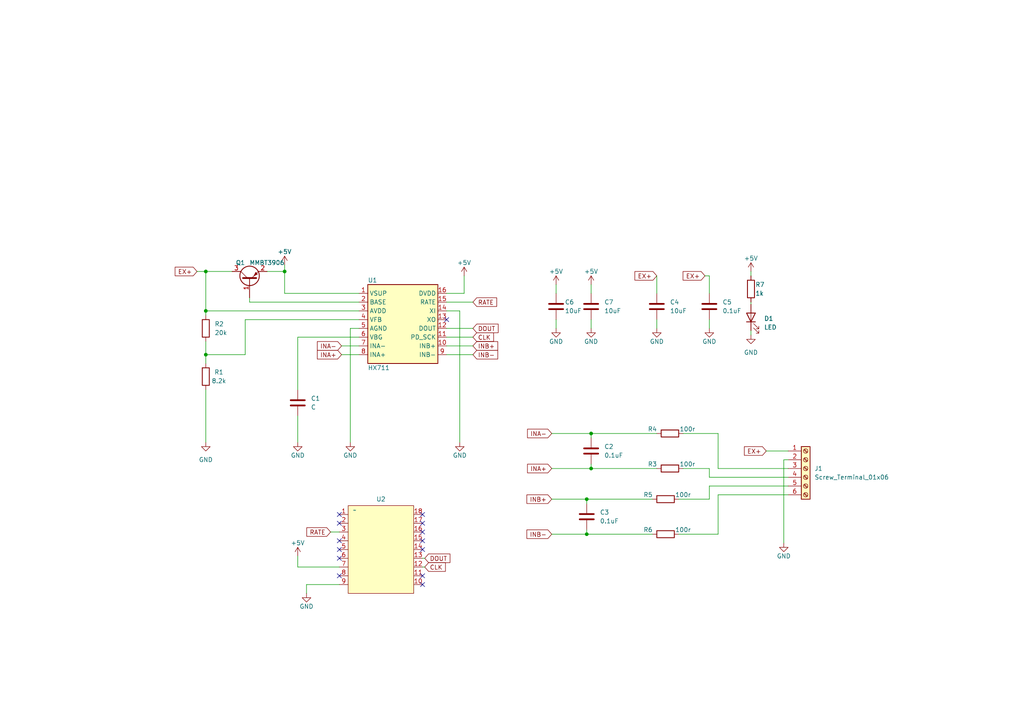
<source format=kicad_sch>
(kicad_sch (version 20230121) (generator eeschema)

  (uuid 2c210e3c-77c0-4a27-8f92-a92d7542896b)

  (paper "A4")

  (lib_symbols
    (symbol "Analog_ADC:HX711" (in_bom yes) (on_board yes)
      (property "Reference" "U1" (at -10.16 19.05 0)
        (effects (font (size 1.27 1.27)) (justify left))
      )
      (property "Value" "HX711" (at -10.16 -6.35 0)
        (effects (font (size 1.27 1.27)) (justify left))
      )
      (property "Footprint" "Package_SO:SOP-16_3.9x9.9mm_P1.27mm" (at 1.27 21.59 0)
        (effects (font (size 1.27 1.27)) hide)
      )
      (property "Datasheet" "https://cdn.sparkfun.com/datasheets/Sensors/ForceFlex/hx711_english.pdf" (at 0 25.4 0)
        (effects (font (size 1.27 1.27)) hide)
      )
      (property "ki_keywords" "adc load cell 24-bits analog weigh" (at 0 0 0)
        (effects (font (size 1.27 1.27)) hide)
      )
      (property "ki_description" "24-Bit Analog-to-Digital Converter (ADC) for Weigh Scales" (at 0 0 0)
        (effects (font (size 1.27 1.27)) hide)
      )
      (property "ki_fp_filters" "SOP*3.9x9.9mm*P1.27mm*" (at 0 0 0)
        (effects (font (size 1.27 1.27)) hide)
      )
      (symbol "HX711_0_1"
        (rectangle (start -10.16 17.78) (end 10.16 -5.08)
          (stroke (width 0.254) (type default))
          (fill (type background))
        )
      )
      (symbol "HX711_1_1"
        (pin power_in line (at -12.7 15.24 0) (length 2.54)
          (name "VSUP" (effects (font (size 1.27 1.27))))
          (number "1" (effects (font (size 1.27 1.27))))
        )
        (pin input line (at 12.7 0 180) (length 2.54)
          (name "INB+" (effects (font (size 1.27 1.27))))
          (number "10" (effects (font (size 1.27 1.27))))
        )
        (pin input line (at 12.7 2.54 180) (length 2.54)
          (name "PD_SCK" (effects (font (size 1.27 1.27))))
          (number "11" (effects (font (size 1.27 1.27))))
        )
        (pin output line (at 12.7 5.08 180) (length 2.54)
          (name "DOUT" (effects (font (size 1.27 1.27))))
          (number "12" (effects (font (size 1.27 1.27))))
        )
        (pin passive line (at 12.7 7.62 180) (length 2.54)
          (name "XO" (effects (font (size 1.27 1.27))))
          (number "13" (effects (font (size 1.27 1.27))))
        )
        (pin passive line (at 12.7 10.16 180) (length 2.54)
          (name "XI" (effects (font (size 1.27 1.27))))
          (number "14" (effects (font (size 1.27 1.27))))
        )
        (pin input line (at 12.7 12.7 180) (length 2.54)
          (name "RATE" (effects (font (size 1.27 1.27))))
          (number "15" (effects (font (size 1.27 1.27))))
        )
        (pin power_in line (at 12.7 15.24 180) (length 2.54)
          (name "DVDD" (effects (font (size 1.27 1.27))))
          (number "16" (effects (font (size 1.27 1.27))))
        )
        (pin passive line (at -12.7 12.7 0) (length 2.54)
          (name "BASE" (effects (font (size 1.27 1.27))))
          (number "2" (effects (font (size 1.27 1.27))))
        )
        (pin power_in line (at -12.7 10.16 0) (length 2.54)
          (name "AVDD" (effects (font (size 1.27 1.27))))
          (number "3" (effects (font (size 1.27 1.27))))
        )
        (pin input line (at -12.7 7.62 0) (length 2.54)
          (name "VFB" (effects (font (size 1.27 1.27))))
          (number "4" (effects (font (size 1.27 1.27))))
        )
        (pin power_in line (at -12.7 5.08 0) (length 2.54)
          (name "AGND" (effects (font (size 1.27 1.27))))
          (number "5" (effects (font (size 1.27 1.27))))
        )
        (pin passive line (at -12.7 2.54 0) (length 2.54)
          (name "VBG" (effects (font (size 1.27 1.27))))
          (number "6" (effects (font (size 1.27 1.27))))
        )
        (pin input line (at -12.7 0 0) (length 2.54)
          (name "INA-" (effects (font (size 1.27 1.27))))
          (number "7" (effects (font (size 1.27 1.27))))
        )
        (pin input line (at -12.7 -2.54 0) (length 2.54)
          (name "INA+" (effects (font (size 1.27 1.27))))
          (number "8" (effects (font (size 1.27 1.27))))
        )
        (pin input line (at 12.7 -2.54 180) (length 2.54)
          (name "INB-" (effects (font (size 1.27 1.27))))
          (number "9" (effects (font (size 1.27 1.27))))
        )
      )
    )
    (symbol "Connector:Screw_Terminal_01x06" (pin_names (offset 1.016) hide) (in_bom yes) (on_board yes)
      (property "Reference" "J" (at 0 7.62 0)
        (effects (font (size 1.27 1.27)))
      )
      (property "Value" "Screw_Terminal_01x06" (at 0 -10.16 0)
        (effects (font (size 1.27 1.27)))
      )
      (property "Footprint" "" (at 0 0 0)
        (effects (font (size 1.27 1.27)) hide)
      )
      (property "Datasheet" "~" (at 0 0 0)
        (effects (font (size 1.27 1.27)) hide)
      )
      (property "ki_keywords" "screw terminal" (at 0 0 0)
        (effects (font (size 1.27 1.27)) hide)
      )
      (property "ki_description" "Generic screw terminal, single row, 01x06, script generated (kicad-library-utils/schlib/autogen/connector/)" (at 0 0 0)
        (effects (font (size 1.27 1.27)) hide)
      )
      (property "ki_fp_filters" "TerminalBlock*:*" (at 0 0 0)
        (effects (font (size 1.27 1.27)) hide)
      )
      (symbol "Screw_Terminal_01x06_1_1"
        (rectangle (start -1.27 6.35) (end 1.27 -8.89)
          (stroke (width 0.254) (type default))
          (fill (type background))
        )
        (circle (center 0 -7.62) (radius 0.635)
          (stroke (width 0.1524) (type default))
          (fill (type none))
        )
        (circle (center 0 -5.08) (radius 0.635)
          (stroke (width 0.1524) (type default))
          (fill (type none))
        )
        (circle (center 0 -2.54) (radius 0.635)
          (stroke (width 0.1524) (type default))
          (fill (type none))
        )
        (polyline
          (pts
            (xy -0.5334 -7.2898)
            (xy 0.3302 -8.128)
          )
          (stroke (width 0.1524) (type default))
          (fill (type none))
        )
        (polyline
          (pts
            (xy -0.5334 -4.7498)
            (xy 0.3302 -5.588)
          )
          (stroke (width 0.1524) (type default))
          (fill (type none))
        )
        (polyline
          (pts
            (xy -0.5334 -2.2098)
            (xy 0.3302 -3.048)
          )
          (stroke (width 0.1524) (type default))
          (fill (type none))
        )
        (polyline
          (pts
            (xy -0.5334 0.3302)
            (xy 0.3302 -0.508)
          )
          (stroke (width 0.1524) (type default))
          (fill (type none))
        )
        (polyline
          (pts
            (xy -0.5334 2.8702)
            (xy 0.3302 2.032)
          )
          (stroke (width 0.1524) (type default))
          (fill (type none))
        )
        (polyline
          (pts
            (xy -0.5334 5.4102)
            (xy 0.3302 4.572)
          )
          (stroke (width 0.1524) (type default))
          (fill (type none))
        )
        (polyline
          (pts
            (xy -0.3556 -7.112)
            (xy 0.508 -7.9502)
          )
          (stroke (width 0.1524) (type default))
          (fill (type none))
        )
        (polyline
          (pts
            (xy -0.3556 -4.572)
            (xy 0.508 -5.4102)
          )
          (stroke (width 0.1524) (type default))
          (fill (type none))
        )
        (polyline
          (pts
            (xy -0.3556 -2.032)
            (xy 0.508 -2.8702)
          )
          (stroke (width 0.1524) (type default))
          (fill (type none))
        )
        (polyline
          (pts
            (xy -0.3556 0.508)
            (xy 0.508 -0.3302)
          )
          (stroke (width 0.1524) (type default))
          (fill (type none))
        )
        (polyline
          (pts
            (xy -0.3556 3.048)
            (xy 0.508 2.2098)
          )
          (stroke (width 0.1524) (type default))
          (fill (type none))
        )
        (polyline
          (pts
            (xy -0.3556 5.588)
            (xy 0.508 4.7498)
          )
          (stroke (width 0.1524) (type default))
          (fill (type none))
        )
        (circle (center 0 0) (radius 0.635)
          (stroke (width 0.1524) (type default))
          (fill (type none))
        )
        (circle (center 0 2.54) (radius 0.635)
          (stroke (width 0.1524) (type default))
          (fill (type none))
        )
        (circle (center 0 5.08) (radius 0.635)
          (stroke (width 0.1524) (type default))
          (fill (type none))
        )
        (pin passive line (at -5.08 5.08 0) (length 3.81)
          (name "Pin_1" (effects (font (size 1.27 1.27))))
          (number "1" (effects (font (size 1.27 1.27))))
        )
        (pin passive line (at -5.08 2.54 0) (length 3.81)
          (name "Pin_2" (effects (font (size 1.27 1.27))))
          (number "2" (effects (font (size 1.27 1.27))))
        )
        (pin passive line (at -5.08 0 0) (length 3.81)
          (name "Pin_3" (effects (font (size 1.27 1.27))))
          (number "3" (effects (font (size 1.27 1.27))))
        )
        (pin passive line (at -5.08 -2.54 0) (length 3.81)
          (name "Pin_4" (effects (font (size 1.27 1.27))))
          (number "4" (effects (font (size 1.27 1.27))))
        )
        (pin passive line (at -5.08 -5.08 0) (length 3.81)
          (name "Pin_5" (effects (font (size 1.27 1.27))))
          (number "5" (effects (font (size 1.27 1.27))))
        )
        (pin passive line (at -5.08 -7.62 0) (length 3.81)
          (name "Pin_6" (effects (font (size 1.27 1.27))))
          (number "6" (effects (font (size 1.27 1.27))))
        )
      )
    )
    (symbol "Device:C" (pin_numbers hide) (pin_names (offset 0.254)) (in_bom yes) (on_board yes)
      (property "Reference" "C" (at 0.635 2.54 0)
        (effects (font (size 1.27 1.27)) (justify left))
      )
      (property "Value" "C" (at 0.635 -2.54 0)
        (effects (font (size 1.27 1.27)) (justify left))
      )
      (property "Footprint" "" (at 0.9652 -3.81 0)
        (effects (font (size 1.27 1.27)) hide)
      )
      (property "Datasheet" "~" (at 0 0 0)
        (effects (font (size 1.27 1.27)) hide)
      )
      (property "ki_keywords" "cap capacitor" (at 0 0 0)
        (effects (font (size 1.27 1.27)) hide)
      )
      (property "ki_description" "Unpolarized capacitor" (at 0 0 0)
        (effects (font (size 1.27 1.27)) hide)
      )
      (property "ki_fp_filters" "C_*" (at 0 0 0)
        (effects (font (size 1.27 1.27)) hide)
      )
      (symbol "C_0_1"
        (polyline
          (pts
            (xy -2.032 -0.762)
            (xy 2.032 -0.762)
          )
          (stroke (width 0.508) (type default))
          (fill (type none))
        )
        (polyline
          (pts
            (xy -2.032 0.762)
            (xy 2.032 0.762)
          )
          (stroke (width 0.508) (type default))
          (fill (type none))
        )
      )
      (symbol "C_1_1"
        (pin passive line (at 0 3.81 270) (length 2.794)
          (name "~" (effects (font (size 1.27 1.27))))
          (number "1" (effects (font (size 1.27 1.27))))
        )
        (pin passive line (at 0 -3.81 90) (length 2.794)
          (name "~" (effects (font (size 1.27 1.27))))
          (number "2" (effects (font (size 1.27 1.27))))
        )
      )
    )
    (symbol "Device:LED" (pin_numbers hide) (pin_names (offset 1.016) hide) (in_bom yes) (on_board yes)
      (property "Reference" "D" (at 0 2.54 0)
        (effects (font (size 1.27 1.27)))
      )
      (property "Value" "LED" (at 0 -2.54 0)
        (effects (font (size 1.27 1.27)))
      )
      (property "Footprint" "" (at 0 0 0)
        (effects (font (size 1.27 1.27)) hide)
      )
      (property "Datasheet" "~" (at 0 0 0)
        (effects (font (size 1.27 1.27)) hide)
      )
      (property "ki_keywords" "LED diode" (at 0 0 0)
        (effects (font (size 1.27 1.27)) hide)
      )
      (property "ki_description" "Light emitting diode" (at 0 0 0)
        (effects (font (size 1.27 1.27)) hide)
      )
      (property "ki_fp_filters" "LED* LED_SMD:* LED_THT:*" (at 0 0 0)
        (effects (font (size 1.27 1.27)) hide)
      )
      (symbol "LED_0_1"
        (polyline
          (pts
            (xy -1.27 -1.27)
            (xy -1.27 1.27)
          )
          (stroke (width 0.254) (type default))
          (fill (type none))
        )
        (polyline
          (pts
            (xy -1.27 0)
            (xy 1.27 0)
          )
          (stroke (width 0) (type default))
          (fill (type none))
        )
        (polyline
          (pts
            (xy 1.27 -1.27)
            (xy 1.27 1.27)
            (xy -1.27 0)
            (xy 1.27 -1.27)
          )
          (stroke (width 0.254) (type default))
          (fill (type none))
        )
        (polyline
          (pts
            (xy -3.048 -0.762)
            (xy -4.572 -2.286)
            (xy -3.81 -2.286)
            (xy -4.572 -2.286)
            (xy -4.572 -1.524)
          )
          (stroke (width 0) (type default))
          (fill (type none))
        )
        (polyline
          (pts
            (xy -1.778 -0.762)
            (xy -3.302 -2.286)
            (xy -2.54 -2.286)
            (xy -3.302 -2.286)
            (xy -3.302 -1.524)
          )
          (stroke (width 0) (type default))
          (fill (type none))
        )
      )
      (symbol "LED_1_1"
        (pin passive line (at -3.81 0 0) (length 2.54)
          (name "K" (effects (font (size 1.27 1.27))))
          (number "1" (effects (font (size 1.27 1.27))))
        )
        (pin passive line (at 3.81 0 180) (length 2.54)
          (name "A" (effects (font (size 1.27 1.27))))
          (number "2" (effects (font (size 1.27 1.27))))
        )
      )
    )
    (symbol "Device:R" (pin_numbers hide) (pin_names (offset 0)) (in_bom yes) (on_board yes)
      (property "Reference" "R" (at 2.032 0 90)
        (effects (font (size 1.27 1.27)))
      )
      (property "Value" "R" (at 0 0 90)
        (effects (font (size 1.27 1.27)))
      )
      (property "Footprint" "" (at -1.778 0 90)
        (effects (font (size 1.27 1.27)) hide)
      )
      (property "Datasheet" "~" (at 0 0 0)
        (effects (font (size 1.27 1.27)) hide)
      )
      (property "ki_keywords" "R res resistor" (at 0 0 0)
        (effects (font (size 1.27 1.27)) hide)
      )
      (property "ki_description" "Resistor" (at 0 0 0)
        (effects (font (size 1.27 1.27)) hide)
      )
      (property "ki_fp_filters" "R_*" (at 0 0 0)
        (effects (font (size 1.27 1.27)) hide)
      )
      (symbol "R_0_1"
        (rectangle (start -1.016 -2.54) (end 1.016 2.54)
          (stroke (width 0.254) (type default))
          (fill (type none))
        )
      )
      (symbol "R_1_1"
        (pin passive line (at 0 3.81 270) (length 1.27)
          (name "~" (effects (font (size 1.27 1.27))))
          (number "1" (effects (font (size 1.27 1.27))))
        )
        (pin passive line (at 0 -3.81 90) (length 1.27)
          (name "~" (effects (font (size 1.27 1.27))))
          (number "2" (effects (font (size 1.27 1.27))))
        )
      )
    )
    (symbol "Transistor_BJT:MMBT3906" (pin_names (offset 0) hide) (in_bom yes) (on_board yes)
      (property "Reference" "Q" (at 5.08 1.905 0)
        (effects (font (size 1.27 1.27)) (justify left))
      )
      (property "Value" "MMBT3906" (at 5.08 0 0)
        (effects (font (size 1.27 1.27)) (justify left))
      )
      (property "Footprint" "Package_TO_SOT_SMD:SOT-23" (at 5.08 -1.905 0)
        (effects (font (size 1.27 1.27) italic) (justify left) hide)
      )
      (property "Datasheet" "https://www.onsemi.com/pub/Collateral/2N3906-D.PDF" (at 0 0 0)
        (effects (font (size 1.27 1.27)) (justify left) hide)
      )
      (property "ki_keywords" "PNP Transistor" (at 0 0 0)
        (effects (font (size 1.27 1.27)) hide)
      )
      (property "ki_description" "-0.2A Ic, -40V Vce, Small Signal PNP Transistor, SOT-23" (at 0 0 0)
        (effects (font (size 1.27 1.27)) hide)
      )
      (property "ki_fp_filters" "SOT?23*" (at 0 0 0)
        (effects (font (size 1.27 1.27)) hide)
      )
      (symbol "MMBT3906_0_1"
        (polyline
          (pts
            (xy 0.635 0.635)
            (xy 2.54 2.54)
          )
          (stroke (width 0) (type default))
          (fill (type none))
        )
        (polyline
          (pts
            (xy 0.635 -0.635)
            (xy 2.54 -2.54)
            (xy 2.54 -2.54)
          )
          (stroke (width 0) (type default))
          (fill (type none))
        )
        (polyline
          (pts
            (xy 0.635 1.905)
            (xy 0.635 -1.905)
            (xy 0.635 -1.905)
          )
          (stroke (width 0.508) (type default))
          (fill (type none))
        )
        (polyline
          (pts
            (xy 2.286 -1.778)
            (xy 1.778 -2.286)
            (xy 1.27 -1.27)
            (xy 2.286 -1.778)
            (xy 2.286 -1.778)
          )
          (stroke (width 0) (type default))
          (fill (type outline))
        )
        (circle (center 1.27 0) (radius 2.8194)
          (stroke (width 0.254) (type default))
          (fill (type none))
        )
      )
      (symbol "MMBT3906_1_1"
        (pin input line (at -5.08 0 0) (length 5.715)
          (name "B" (effects (font (size 1.27 1.27))))
          (number "1" (effects (font (size 1.27 1.27))))
        )
        (pin passive line (at 2.54 -5.08 90) (length 2.54)
          (name "E" (effects (font (size 1.27 1.27))))
          (number "2" (effects (font (size 1.27 1.27))))
        )
        (pin passive line (at 2.54 5.08 270) (length 2.54)
          (name "C" (effects (font (size 1.27 1.27))))
          (number "3" (effects (font (size 1.27 1.27))))
        )
      )
    )
    (symbol "moduler_pin:air" (in_bom yes) (on_board yes)
      (property "Reference" "U" (at 7.62 2.54 0)
        (effects (font (size 1.27 1.27)))
      )
      (property "Value" "" (at 0 0 0)
        (effects (font (size 1.27 1.27)))
      )
      (property "Footprint" "" (at 0 0 0)
        (effects (font (size 1.27 1.27)) hide)
      )
      (property "Datasheet" "" (at 0 0 0)
        (effects (font (size 1.27 1.27)) hide)
      )
      (symbol "air_1_1"
        (rectangle (start -1.905 1.27) (end 17.145 -24.13)
          (stroke (width 0) (type default))
          (fill (type background))
        )
        (pin input line (at -4.445 -1.27 0) (length 2.54)
          (name "" (effects (font (size 1.27 1.27))))
          (number "1" (effects (font (size 1.27 1.27))))
        )
        (pin input line (at 19.685 -21.59 180) (length 2.54)
          (name "" (effects (font (size 1.27 1.27))))
          (number "10" (effects (font (size 1.27 1.27))))
        )
        (pin input line (at 19.685 -19.05 180) (length 2.54)
          (name "" (effects (font (size 1.27 1.27))))
          (number "11" (effects (font (size 1.27 1.27))))
        )
        (pin input line (at 19.685 -16.51 180) (length 2.54)
          (name "" (effects (font (size 1.27 1.27))))
          (number "12" (effects (font (size 1.27 1.27))))
        )
        (pin input line (at 19.685 -13.97 180) (length 2.54)
          (name "" (effects (font (size 1.27 1.27))))
          (number "13" (effects (font (size 1.27 1.27))))
        )
        (pin input line (at 19.685 -11.43 180) (length 2.54)
          (name "" (effects (font (size 1.27 1.27))))
          (number "14" (effects (font (size 1.27 1.27))))
        )
        (pin input line (at 19.685 -8.89 180) (length 2.54)
          (name "" (effects (font (size 1.27 1.27))))
          (number "15" (effects (font (size 1.27 1.27))))
        )
        (pin input line (at 19.685 -6.35 180) (length 2.54)
          (name "" (effects (font (size 1.27 1.27))))
          (number "16" (effects (font (size 1.27 1.27))))
        )
        (pin input line (at 19.685 -3.81 180) (length 2.54)
          (name "" (effects (font (size 1.27 1.27))))
          (number "17" (effects (font (size 1.27 1.27))))
        )
        (pin input line (at 19.685 -1.27 180) (length 2.54)
          (name "" (effects (font (size 1.27 1.27))))
          (number "18" (effects (font (size 1.27 1.27))))
        )
        (pin input line (at -4.445 -3.81 0) (length 2.54)
          (name "" (effects (font (size 1.27 1.27))))
          (number "2" (effects (font (size 1.27 1.27))))
        )
        (pin input line (at -4.445 -6.35 0) (length 2.54)
          (name "" (effects (font (size 1.27 1.27))))
          (number "3" (effects (font (size 1.27 1.27))))
        )
        (pin input line (at -4.445 -8.89 0) (length 2.54)
          (name "" (effects (font (size 1.27 1.27))))
          (number "4" (effects (font (size 1.27 1.27))))
        )
        (pin input line (at -4.445 -11.43 0) (length 2.54)
          (name "" (effects (font (size 1.27 1.27))))
          (number "5" (effects (font (size 1.27 1.27))))
        )
        (pin input line (at -4.445 -13.97 0) (length 2.54)
          (name "" (effects (font (size 1.27 1.27))))
          (number "6" (effects (font (size 1.27 1.27))))
        )
        (pin input line (at -4.445 -16.51 0) (length 2.54)
          (name "" (effects (font (size 1.27 1.27))))
          (number "7" (effects (font (size 1.27 1.27))))
        )
        (pin input line (at -4.445 -19.05 0) (length 2.54)
          (name "" (effects (font (size 1.27 1.27))))
          (number "8" (effects (font (size 1.27 1.27))))
        )
        (pin input line (at -4.445 -21.59 0) (length 2.54)
          (name "" (effects (font (size 1.27 1.27))))
          (number "9" (effects (font (size 1.27 1.27))))
        )
      )
    )
    (symbol "power:+5V" (power) (pin_names (offset 0)) (in_bom yes) (on_board yes)
      (property "Reference" "#PWR" (at 0 -3.81 0)
        (effects (font (size 1.27 1.27)) hide)
      )
      (property "Value" "+5V" (at 0 3.556 0)
        (effects (font (size 1.27 1.27)))
      )
      (property "Footprint" "" (at 0 0 0)
        (effects (font (size 1.27 1.27)) hide)
      )
      (property "Datasheet" "" (at 0 0 0)
        (effects (font (size 1.27 1.27)) hide)
      )
      (property "ki_keywords" "global power" (at 0 0 0)
        (effects (font (size 1.27 1.27)) hide)
      )
      (property "ki_description" "Power symbol creates a global label with name \"+5V\"" (at 0 0 0)
        (effects (font (size 1.27 1.27)) hide)
      )
      (symbol "+5V_0_1"
        (polyline
          (pts
            (xy -0.762 1.27)
            (xy 0 2.54)
          )
          (stroke (width 0) (type default))
          (fill (type none))
        )
        (polyline
          (pts
            (xy 0 0)
            (xy 0 2.54)
          )
          (stroke (width 0) (type default))
          (fill (type none))
        )
        (polyline
          (pts
            (xy 0 2.54)
            (xy 0.762 1.27)
          )
          (stroke (width 0) (type default))
          (fill (type none))
        )
      )
      (symbol "+5V_1_1"
        (pin power_in line (at 0 0 90) (length 0) hide
          (name "+5V" (effects (font (size 1.27 1.27))))
          (number "1" (effects (font (size 1.27 1.27))))
        )
      )
    )
    (symbol "power:GND" (power) (pin_names (offset 0)) (in_bom yes) (on_board yes)
      (property "Reference" "#PWR" (at 0 -6.35 0)
        (effects (font (size 1.27 1.27)) hide)
      )
      (property "Value" "GND" (at 0 -3.81 0)
        (effects (font (size 1.27 1.27)))
      )
      (property "Footprint" "" (at 0 0 0)
        (effects (font (size 1.27 1.27)) hide)
      )
      (property "Datasheet" "" (at 0 0 0)
        (effects (font (size 1.27 1.27)) hide)
      )
      (property "ki_keywords" "global power" (at 0 0 0)
        (effects (font (size 1.27 1.27)) hide)
      )
      (property "ki_description" "Power symbol creates a global label with name \"GND\" , ground" (at 0 0 0)
        (effects (font (size 1.27 1.27)) hide)
      )
      (symbol "GND_0_1"
        (polyline
          (pts
            (xy 0 0)
            (xy 0 -1.27)
            (xy 1.27 -1.27)
            (xy 0 -2.54)
            (xy -1.27 -1.27)
            (xy 0 -1.27)
          )
          (stroke (width 0) (type default))
          (fill (type none))
        )
      )
      (symbol "GND_1_1"
        (pin power_in line (at 0 0 270) (length 0) hide
          (name "GND" (effects (font (size 1.27 1.27))))
          (number "1" (effects (font (size 1.27 1.27))))
        )
      )
    )
  )

  (junction (at 171.45 125.73) (diameter 0) (color 0 0 0 0)
    (uuid 1894f45a-fcd5-4484-8f41-f9f27d194004)
  )
  (junction (at 170.18 154.94) (diameter 0) (color 0 0 0 0)
    (uuid 19e96f63-03db-4715-b17c-2d802b870b87)
  )
  (junction (at 59.69 78.74) (diameter 0) (color 0 0 0 0)
    (uuid 381cbbae-0d52-45bb-a3b6-0487a2a3e62a)
  )
  (junction (at 170.18 144.78) (diameter 0) (color 0 0 0 0)
    (uuid 6c84d89c-3b6e-4108-84c3-c725d96752e3)
  )
  (junction (at 59.69 102.87) (diameter 0) (color 0 0 0 0)
    (uuid 6ef6b833-95bd-4700-acd3-bb6e58b21be0)
  )
  (junction (at 59.69 90.17) (diameter 0) (color 0 0 0 0)
    (uuid 8f7ab7a9-315b-4f9b-892c-a2db4f1b943d)
  )
  (junction (at 171.45 135.89) (diameter 0) (color 0 0 0 0)
    (uuid 9094ca86-cb60-49cc-a038-d4d21530bbd7)
  )
  (junction (at 82.55 78.74) (diameter 0) (color 0 0 0 0)
    (uuid fd345c0a-21e3-4abb-8634-a4b1580c73fa)
  )

  (no_connect (at 122.555 154.305) (uuid 13c77646-c097-4644-ab9a-c951c2a8de6a))
  (no_connect (at 98.425 151.765) (uuid 2a8c1561-6710-4f4d-9e77-2e6414b58698))
  (no_connect (at 122.555 156.845) (uuid 32d2677b-2790-4329-b5f0-9d29feb903ec))
  (no_connect (at 122.555 149.225) (uuid 39856418-a13a-4438-907d-26eb376e61b6))
  (no_connect (at 122.555 151.765) (uuid 3a0bdf5e-5a4e-4d58-b937-4ea4b57ab495))
  (no_connect (at 98.425 161.925) (uuid 7e9a0d05-8024-4901-97da-4b14b183a03c))
  (no_connect (at 129.54 92.71) (uuid a03766f5-b580-48ca-8196-c89150f7dd65))
  (no_connect (at 98.425 149.225) (uuid aef53222-00b4-4abd-af35-0df73ac75a38))
  (no_connect (at 98.425 167.005) (uuid d05739f0-6c9c-4749-add6-87836c4485bb))
  (no_connect (at 122.555 167.005) (uuid d1014c93-1a5e-480e-a20e-e243fcb266c2))
  (no_connect (at 98.425 159.385) (uuid dfcb6288-cecf-4ec6-acf5-72032a3c88c6))
  (no_connect (at 98.425 156.845) (uuid f080d7ee-3fa9-46e4-89bc-1a0cb6cd81f1))
  (no_connect (at 122.555 159.385) (uuid f7a0d80e-4bcb-4f89-ae1c-59f9483b23a3))
  (no_connect (at 122.555 169.545) (uuid ff0d5b6c-66f2-4251-8a98-5147f65f5371))

  (wire (pts (xy 59.69 102.87) (xy 71.12 102.87))
    (stroke (width 0) (type default))
    (uuid 0067dd54-135c-4b7a-939c-fc318d976639)
  )
  (wire (pts (xy 170.18 144.78) (xy 170.18 146.05))
    (stroke (width 0) (type default))
    (uuid 043ad2cd-bd02-4458-bd9c-633c60124cfa)
  )
  (wire (pts (xy 217.805 95.885) (xy 217.805 97.155))
    (stroke (width 0) (type default))
    (uuid 048241d8-d022-4721-bce1-a204a1b718dc)
  )
  (wire (pts (xy 104.14 97.79) (xy 86.36 97.79))
    (stroke (width 0) (type default))
    (uuid 0600fc6d-bba6-40f6-9b14-e661dd1e8b71)
  )
  (wire (pts (xy 222.25 130.81) (xy 228.6 130.81))
    (stroke (width 0) (type default))
    (uuid 0d90f272-5cd4-48dc-9895-7806381599c8)
  )
  (wire (pts (xy 88.9 169.545) (xy 98.425 169.545))
    (stroke (width 0) (type default))
    (uuid 170e2a26-0074-4952-8825-a2036116558c)
  )
  (wire (pts (xy 129.54 87.63) (xy 137.16 87.63))
    (stroke (width 0) (type default))
    (uuid 17e941db-6fac-403b-9718-d6fc53b98719)
  )
  (wire (pts (xy 171.45 135.89) (xy 171.45 134.62))
    (stroke (width 0) (type default))
    (uuid 18bc3598-69ef-4a71-af9b-cea771d11e92)
  )
  (wire (pts (xy 171.45 82.55) (xy 171.45 85.09))
    (stroke (width 0) (type default))
    (uuid 1b52881a-73db-4f75-ba70-c2a2ec26efe3)
  )
  (wire (pts (xy 82.55 85.09) (xy 104.14 85.09))
    (stroke (width 0) (type default))
    (uuid 1d8c2938-594e-42f7-86b0-3a53eb88b24b)
  )
  (wire (pts (xy 171.45 135.89) (xy 190.5 135.89))
    (stroke (width 0) (type default))
    (uuid 22853bd2-2072-4330-a002-cbd4b833e45e)
  )
  (wire (pts (xy 72.39 87.63) (xy 72.39 86.36))
    (stroke (width 0) (type default))
    (uuid 22e9d5b7-0635-4bed-9d92-4749b9ef783c)
  )
  (wire (pts (xy 129.54 95.25) (xy 137.16 95.25))
    (stroke (width 0) (type default))
    (uuid 24d2373c-0bdb-49e9-9b18-bba2282bd683)
  )
  (wire (pts (xy 171.45 125.73) (xy 171.45 127))
    (stroke (width 0) (type default))
    (uuid 2527dfd4-e75e-4fd9-93dc-000e697f7627)
  )
  (wire (pts (xy 99.06 100.33) (xy 104.14 100.33))
    (stroke (width 0) (type default))
    (uuid 26a83300-f520-49f3-a026-b2e46d3d9036)
  )
  (wire (pts (xy 133.35 90.17) (xy 129.54 90.17))
    (stroke (width 0) (type default))
    (uuid 291f1adf-a2ac-48ed-88fa-8f60559e9c6a)
  )
  (wire (pts (xy 198.12 135.89) (xy 205.74 135.89))
    (stroke (width 0) (type default))
    (uuid 2c81137b-ddc5-4d97-976e-b8a90c2b4b42)
  )
  (wire (pts (xy 208.28 135.89) (xy 208.28 125.73))
    (stroke (width 0) (type default))
    (uuid 2fcf41f1-7352-4e6e-aac8-4092725e6b99)
  )
  (wire (pts (xy 86.36 164.465) (xy 98.425 164.465))
    (stroke (width 0) (type default))
    (uuid 30de1607-db5a-463c-8b96-18480f58d2ae)
  )
  (wire (pts (xy 82.55 76.835) (xy 82.55 78.74))
    (stroke (width 0) (type default))
    (uuid 30ea2552-c076-49e5-a234-833b9b99e69b)
  )
  (wire (pts (xy 171.45 92.71) (xy 171.45 95.25))
    (stroke (width 0) (type default))
    (uuid 36db323f-785c-4af5-be28-a2efd2307bd9)
  )
  (wire (pts (xy 101.6 95.25) (xy 104.14 95.25))
    (stroke (width 0) (type default))
    (uuid 37a7abe6-e367-44e8-955f-dc68dfb69f95)
  )
  (wire (pts (xy 227.33 157.48) (xy 227.33 133.35))
    (stroke (width 0) (type default))
    (uuid 43443cb4-fada-4372-9570-44151d30ab80)
  )
  (wire (pts (xy 86.36 120.65) (xy 86.36 128.27))
    (stroke (width 0) (type default))
    (uuid 4757d802-483c-46fb-885d-58ce2e2e0ac3)
  )
  (wire (pts (xy 88.9 172.085) (xy 88.9 169.545))
    (stroke (width 0) (type default))
    (uuid 4ce7f8e5-7927-4820-98ef-7bb4c7fdb894)
  )
  (wire (pts (xy 204.47 80.01) (xy 205.74 80.01))
    (stroke (width 0) (type default))
    (uuid 4de2653a-f9dd-47c6-a76f-3b3d50fd0b5c)
  )
  (wire (pts (xy 190.5 92.71) (xy 190.5 95.25))
    (stroke (width 0) (type default))
    (uuid 4fefd9aa-18c7-4bff-839d-a8583775ef54)
  )
  (wire (pts (xy 57.15 78.74) (xy 59.69 78.74))
    (stroke (width 0) (type default))
    (uuid 555f75a7-3fcc-4502-8195-d2a4dd382dfa)
  )
  (wire (pts (xy 59.69 113.03) (xy 59.69 128.27))
    (stroke (width 0) (type default))
    (uuid 55cd2d96-babb-41a6-9626-f43e1fdc7f6b)
  )
  (wire (pts (xy 59.69 102.87) (xy 59.69 105.41))
    (stroke (width 0) (type default))
    (uuid 59ed6b75-5ce9-4c8e-8409-17f188402ee2)
  )
  (wire (pts (xy 196.85 154.94) (xy 208.28 154.94))
    (stroke (width 0) (type default))
    (uuid 5bce9bac-e64a-4295-8d5c-cc95fa414ea0)
  )
  (wire (pts (xy 208.28 143.51) (xy 228.6 143.51))
    (stroke (width 0) (type default))
    (uuid 5f3cc277-d5a5-414c-b01b-1966f3f25956)
  )
  (wire (pts (xy 59.69 78.74) (xy 59.69 90.17))
    (stroke (width 0) (type default))
    (uuid 62217449-952e-4041-b3cd-3bdecede6443)
  )
  (wire (pts (xy 205.74 92.71) (xy 205.74 95.25))
    (stroke (width 0) (type default))
    (uuid 6718ad51-04a2-4418-afaa-4c2ef24f922f)
  )
  (wire (pts (xy 129.54 97.79) (xy 137.16 97.79))
    (stroke (width 0) (type default))
    (uuid 69f8d0ed-de7f-4827-81ff-7befbbdaa661)
  )
  (wire (pts (xy 129.54 100.33) (xy 137.16 100.33))
    (stroke (width 0) (type default))
    (uuid 6af4c8e4-e6e7-4d59-9d55-1d41d8af0bbe)
  )
  (wire (pts (xy 123.19 161.925) (xy 122.555 161.925))
    (stroke (width 0) (type default))
    (uuid 6cb61864-65a2-43e6-8fb6-e8b91c061eff)
  )
  (wire (pts (xy 77.47 78.74) (xy 82.55 78.74))
    (stroke (width 0) (type default))
    (uuid 6d612cff-f667-4f86-ac32-0c67d7bb79c0)
  )
  (wire (pts (xy 205.74 144.78) (xy 205.74 140.97))
    (stroke (width 0) (type default))
    (uuid 7698071e-1b50-49da-ad3a-b3ac16e51fed)
  )
  (wire (pts (xy 205.74 135.89) (xy 205.74 138.43))
    (stroke (width 0) (type default))
    (uuid 76f5f21f-566b-4064-a369-7fa8f63899b5)
  )
  (wire (pts (xy 170.18 154.94) (xy 170.18 153.67))
    (stroke (width 0) (type default))
    (uuid 79577ff0-aba9-4d89-bb30-03272c763c57)
  )
  (wire (pts (xy 217.805 78.74) (xy 217.805 80.01))
    (stroke (width 0) (type default))
    (uuid 79706298-28cb-4b96-867b-5d0d6198044a)
  )
  (wire (pts (xy 86.36 97.79) (xy 86.36 113.03))
    (stroke (width 0) (type default))
    (uuid 79b88c10-5631-4495-b8d9-067b9b54f189)
  )
  (wire (pts (xy 134.62 80.01) (xy 134.62 85.09))
    (stroke (width 0) (type default))
    (uuid 7daadc2e-f98a-4f4c-96de-7ff6ba1dbfd3)
  )
  (wire (pts (xy 86.36 161.29) (xy 86.36 164.465))
    (stroke (width 0) (type default))
    (uuid 888ac821-0649-4bdc-a847-0a9bcbba371b)
  )
  (wire (pts (xy 160.02 144.78) (xy 170.18 144.78))
    (stroke (width 0) (type default))
    (uuid 8e68850a-a16a-4ffe-bcc9-c86907ad591e)
  )
  (wire (pts (xy 205.74 80.01) (xy 205.74 85.09))
    (stroke (width 0) (type default))
    (uuid 93559e88-7f85-4ff1-a7ce-b2e4e6716739)
  )
  (wire (pts (xy 190.5 80.01) (xy 190.5 85.09))
    (stroke (width 0) (type default))
    (uuid 940cb83f-bfbb-4003-bb43-82daddccba14)
  )
  (wire (pts (xy 104.14 87.63) (xy 72.39 87.63))
    (stroke (width 0) (type default))
    (uuid 9622bc19-6fa1-4c59-9c16-2f8bae7ee435)
  )
  (wire (pts (xy 71.12 102.87) (xy 71.12 92.71))
    (stroke (width 0) (type default))
    (uuid 96c18373-1431-4393-871a-499a1cbbfe28)
  )
  (wire (pts (xy 205.74 138.43) (xy 228.6 138.43))
    (stroke (width 0) (type default))
    (uuid 9896975c-f0ad-4941-89b5-a4afcfccca92)
  )
  (wire (pts (xy 101.6 95.25) (xy 101.6 128.27))
    (stroke (width 0) (type default))
    (uuid 99a0f202-a120-4e87-ae5e-9fe85b8b9ecd)
  )
  (wire (pts (xy 217.805 87.63) (xy 217.805 88.265))
    (stroke (width 0) (type default))
    (uuid 9dccf7b1-f9d8-45f4-8544-6376f2af421b)
  )
  (wire (pts (xy 129.54 102.87) (xy 137.16 102.87))
    (stroke (width 0) (type default))
    (uuid a4a9152c-2336-4e28-a98f-ae28392afc49)
  )
  (wire (pts (xy 59.69 78.74) (xy 67.31 78.74))
    (stroke (width 0) (type default))
    (uuid a66f341b-d49e-4b2e-b566-fec40efd7127)
  )
  (wire (pts (xy 160.02 135.89) (xy 171.45 135.89))
    (stroke (width 0) (type default))
    (uuid aa361d61-88a5-41bd-ad35-89b0153fa434)
  )
  (wire (pts (xy 82.55 78.74) (xy 82.55 85.09))
    (stroke (width 0) (type default))
    (uuid ae29f3af-f7f9-449c-984d-be597a8e96e4)
  )
  (wire (pts (xy 134.62 85.09) (xy 129.54 85.09))
    (stroke (width 0) (type default))
    (uuid b7a2298c-2cf0-4827-960f-d4e27d98c1f6)
  )
  (wire (pts (xy 171.45 125.73) (xy 190.5 125.73))
    (stroke (width 0) (type default))
    (uuid b98cde49-5b6d-4da1-9f1a-3bdcad9623d7)
  )
  (wire (pts (xy 208.28 135.89) (xy 228.6 135.89))
    (stroke (width 0) (type default))
    (uuid b9a5eda8-af98-4089-8d26-1d51e0948651)
  )
  (wire (pts (xy 205.74 140.97) (xy 228.6 140.97))
    (stroke (width 0) (type default))
    (uuid bff43ec1-caf5-46ef-87ca-495ec94aa5f0)
  )
  (wire (pts (xy 95.885 154.305) (xy 98.425 154.305))
    (stroke (width 0) (type default))
    (uuid c73a3baf-c77f-4d11-a7ba-f6cdee75187f)
  )
  (wire (pts (xy 59.69 90.17) (xy 59.69 91.44))
    (stroke (width 0) (type default))
    (uuid c7f4f2bd-6976-4179-bbca-2eda896a0bc7)
  )
  (wire (pts (xy 160.02 125.73) (xy 171.45 125.73))
    (stroke (width 0) (type default))
    (uuid c8bc9928-95c2-47f0-8112-7c90fcb2367f)
  )
  (wire (pts (xy 59.69 90.17) (xy 104.14 90.17))
    (stroke (width 0) (type default))
    (uuid c9b07cce-2858-4af7-bbba-63664f065329)
  )
  (wire (pts (xy 123.19 164.465) (xy 122.555 164.465))
    (stroke (width 0) (type default))
    (uuid d20414e5-e06f-4e6f-875c-b6acc4b0ac2c)
  )
  (wire (pts (xy 99.06 102.87) (xy 104.14 102.87))
    (stroke (width 0) (type default))
    (uuid d8348071-82f0-448f-bf34-8b836554fd54)
  )
  (wire (pts (xy 170.18 144.78) (xy 189.23 144.78))
    (stroke (width 0) (type default))
    (uuid d94ba25a-7754-496b-b10f-e1d9e96ffb30)
  )
  (wire (pts (xy 196.85 144.78) (xy 205.74 144.78))
    (stroke (width 0) (type default))
    (uuid db754dd6-5dcf-46fd-a5ce-5c6c3ae5ca11)
  )
  (wire (pts (xy 227.33 133.35) (xy 228.6 133.35))
    (stroke (width 0) (type default))
    (uuid ea117798-b95c-4337-b062-798ff5341827)
  )
  (wire (pts (xy 161.29 82.55) (xy 161.29 85.09))
    (stroke (width 0) (type default))
    (uuid eb32f087-2f7e-4309-ade8-40bce0182b3e)
  )
  (wire (pts (xy 208.28 154.94) (xy 208.28 143.51))
    (stroke (width 0) (type default))
    (uuid ecd296c2-a43e-46bd-ba61-5b64586133c7)
  )
  (wire (pts (xy 133.35 128.27) (xy 133.35 90.17))
    (stroke (width 0) (type default))
    (uuid f32d7df7-8b12-47d9-995d-fadca93aec55)
  )
  (wire (pts (xy 160.02 154.94) (xy 170.18 154.94))
    (stroke (width 0) (type default))
    (uuid f39301d1-57fb-430c-9757-3e95744b9da2)
  )
  (wire (pts (xy 161.29 92.71) (xy 161.29 95.25))
    (stroke (width 0) (type default))
    (uuid f61ed75f-eac7-403e-bbcd-b9bf30d06a2b)
  )
  (wire (pts (xy 71.12 92.71) (xy 104.14 92.71))
    (stroke (width 0) (type default))
    (uuid f8910ecb-b056-4f1e-9f7f-d0ed324b820f)
  )
  (wire (pts (xy 198.12 125.73) (xy 208.28 125.73))
    (stroke (width 0) (type default))
    (uuid fb15d2f1-3df9-4690-b94c-3fb4de352465)
  )
  (wire (pts (xy 59.69 99.06) (xy 59.69 102.87))
    (stroke (width 0) (type default))
    (uuid fd96b96b-d7f5-4173-9204-97b4a8d3f804)
  )
  (wire (pts (xy 170.18 154.94) (xy 189.23 154.94))
    (stroke (width 0) (type default))
    (uuid feb62ae7-e900-45f3-a92b-c1818a29d240)
  )

  (global_label "EX+" (shape input) (at 204.47 80.01 180) (fields_autoplaced)
    (effects (font (size 1.27 1.27)) (justify right))
    (uuid 03264a24-5542-48fb-b6c8-71c2b576fdaa)
    (property "Intersheetrefs" "${INTERSHEET_REFS}" (at 197.5539 80.01 0)
      (effects (font (size 1.27 1.27)) (justify right) hide)
    )
  )
  (global_label "RATE" (shape input) (at 137.16 87.63 0) (fields_autoplaced)
    (effects (font (size 1.27 1.27)) (justify left))
    (uuid 0f37e2ff-9afe-44cd-8cfa-8521358e35dc)
    (property "Intersheetrefs" "${INTERSHEET_REFS}" (at 144.6204 87.63 0)
      (effects (font (size 1.27 1.27)) (justify left) hide)
    )
  )
  (global_label "INB+" (shape input) (at 137.16 100.33 0) (fields_autoplaced)
    (effects (font (size 1.27 1.27)) (justify left))
    (uuid 134f19a3-567f-42e0-bdbd-cfcdcd055a5d)
    (property "Intersheetrefs" "${INTERSHEET_REFS}" (at 144.9229 100.33 0)
      (effects (font (size 1.27 1.27)) (justify left) hide)
    )
  )
  (global_label "INA+" (shape input) (at 99.06 102.87 180) (fields_autoplaced)
    (effects (font (size 1.27 1.27)) (justify right))
    (uuid 1b07d126-e8db-4014-85ff-df704ca442d9)
    (property "Intersheetrefs" "${INTERSHEET_REFS}" (at 91.4785 102.87 0)
      (effects (font (size 1.27 1.27)) (justify right) hide)
    )
  )
  (global_label "CLK" (shape input) (at 123.19 164.465 0) (fields_autoplaced)
    (effects (font (size 1.27 1.27)) (justify left))
    (uuid 20dc414c-dd67-4c40-9061-b5dc72b4a9be)
    (property "Intersheetrefs" "${INTERSHEET_REFS}" (at 129.7433 164.465 0)
      (effects (font (size 1.27 1.27)) (justify left) hide)
    )
  )
  (global_label "RATE" (shape input) (at 95.885 154.305 180) (fields_autoplaced)
    (effects (font (size 1.27 1.27)) (justify right))
    (uuid 3bbe8080-fb49-40e1-8d84-e7cd3187c194)
    (property "Intersheetrefs" "${INTERSHEET_REFS}" (at 88.4246 154.305 0)
      (effects (font (size 1.27 1.27)) (justify right) hide)
    )
  )
  (global_label "INB-" (shape input) (at 160.02 154.94 180) (fields_autoplaced)
    (effects (font (size 1.27 1.27)) (justify right))
    (uuid 465e6acf-7ae3-4de9-b7b3-b206461e6f4d)
    (property "Intersheetrefs" "${INTERSHEET_REFS}" (at 152.2571 154.94 0)
      (effects (font (size 1.27 1.27)) (justify right) hide)
    )
  )
  (global_label "INB-" (shape input) (at 137.16 102.87 0) (fields_autoplaced)
    (effects (font (size 1.27 1.27)) (justify left))
    (uuid 81e4888e-d839-424b-89e8-946e3d03c8db)
    (property "Intersheetrefs" "${INTERSHEET_REFS}" (at 144.9229 102.87 0)
      (effects (font (size 1.27 1.27)) (justify left) hide)
    )
  )
  (global_label "CLK" (shape input) (at 137.16 97.79 0) (fields_autoplaced)
    (effects (font (size 1.27 1.27)) (justify left))
    (uuid 9022ff9c-a34b-4970-af6a-2f10398008a6)
    (property "Intersheetrefs" "${INTERSHEET_REFS}" (at 143.7133 97.79 0)
      (effects (font (size 1.27 1.27)) (justify left) hide)
    )
  )
  (global_label "DOUT" (shape input) (at 137.16 95.25 0) (fields_autoplaced)
    (effects (font (size 1.27 1.27)) (justify left))
    (uuid 95c0d578-7a36-415f-8a6d-e68b65fa9840)
    (property "Intersheetrefs" "${INTERSHEET_REFS}" (at 145.0438 95.25 0)
      (effects (font (size 1.27 1.27)) (justify left) hide)
    )
  )
  (global_label "INB+" (shape input) (at 160.02 144.78 180) (fields_autoplaced)
    (effects (font (size 1.27 1.27)) (justify right))
    (uuid 9b0a9002-1307-46eb-9007-d62a7ad6bb6c)
    (property "Intersheetrefs" "${INTERSHEET_REFS}" (at 152.2571 144.78 0)
      (effects (font (size 1.27 1.27)) (justify right) hide)
    )
  )
  (global_label "DOUT" (shape input) (at 123.19 161.925 0) (fields_autoplaced)
    (effects (font (size 1.27 1.27)) (justify left))
    (uuid aa9fb7ff-d1bf-42a5-91c1-0dac43d102fd)
    (property "Intersheetrefs" "${INTERSHEET_REFS}" (at 131.0738 161.925 0)
      (effects (font (size 1.27 1.27)) (justify left) hide)
    )
  )
  (global_label "INA+" (shape input) (at 160.02 135.89 180) (fields_autoplaced)
    (effects (font (size 1.27 1.27)) (justify right))
    (uuid b6ef84c9-a118-4ca0-85e5-c6be77e888d4)
    (property "Intersheetrefs" "${INTERSHEET_REFS}" (at 152.4385 135.89 0)
      (effects (font (size 1.27 1.27)) (justify right) hide)
    )
  )
  (global_label "INA-" (shape input) (at 160.02 125.73 180) (fields_autoplaced)
    (effects (font (size 1.27 1.27)) (justify right))
    (uuid c16a760c-73a3-40c3-9ade-c9e0ecccbbf4)
    (property "Intersheetrefs" "${INTERSHEET_REFS}" (at 152.4385 125.73 0)
      (effects (font (size 1.27 1.27)) (justify right) hide)
    )
  )
  (global_label "EX+" (shape input) (at 190.5 80.01 180) (fields_autoplaced)
    (effects (font (size 1.27 1.27)) (justify right))
    (uuid c2d85031-9c99-4be0-8af6-4391e8944b1d)
    (property "Intersheetrefs" "${INTERSHEET_REFS}" (at 183.5839 80.01 0)
      (effects (font (size 1.27 1.27)) (justify right) hide)
    )
  )
  (global_label "EX+" (shape input) (at 57.15 78.74 180) (fields_autoplaced)
    (effects (font (size 1.27 1.27)) (justify right))
    (uuid dfa1b0cf-d6a1-4ab7-9b5b-208e1ebf410c)
    (property "Intersheetrefs" "${INTERSHEET_REFS}" (at 50.2339 78.74 0)
      (effects (font (size 1.27 1.27)) (justify right) hide)
    )
  )
  (global_label "EX+" (shape input) (at 222.25 130.81 180) (fields_autoplaced)
    (effects (font (size 1.27 1.27)) (justify right))
    (uuid e1cb0f54-b51f-4bde-82c0-150780ea8942)
    (property "Intersheetrefs" "${INTERSHEET_REFS}" (at 215.3339 130.81 0)
      (effects (font (size 1.27 1.27)) (justify right) hide)
    )
  )
  (global_label "INA-" (shape input) (at 99.06 100.33 180) (fields_autoplaced)
    (effects (font (size 1.27 1.27)) (justify right))
    (uuid fe195d0f-391c-429d-8625-c289357bad00)
    (property "Intersheetrefs" "${INTERSHEET_REFS}" (at 91.4785 100.33 0)
      (effects (font (size 1.27 1.27)) (justify right) hide)
    )
  )

  (symbol (lib_id "Device:C") (at 171.45 88.9 0) (unit 1)
    (in_bom yes) (on_board yes) (dnp no) (fields_autoplaced)
    (uuid 01fe9f6c-4e6c-4da5-9a42-cb1da3623def)
    (property "Reference" "C7" (at 175.26 87.63 0)
      (effects (font (size 1.27 1.27)) (justify left))
    )
    (property "Value" "10uF" (at 175.26 90.17 0)
      (effects (font (size 1.27 1.27)) (justify left))
    )
    (property "Footprint" "Capacitor_SMD:C_0805_2012Metric" (at 172.4152 92.71 0)
      (effects (font (size 1.27 1.27)) hide)
    )
    (property "Datasheet" "~" (at 171.45 88.9 0)
      (effects (font (size 1.27 1.27)) hide)
    )
    (pin "1" (uuid 151836c7-4eae-46ad-8df5-f09df3ad23f8))
    (pin "2" (uuid 7796a285-38a3-4e22-8c9d-1991c6df3a40))
    (instances
      (project "19__Loadcell_Module_ HX711"
        (path "/2c210e3c-77c0-4a27-8f92-a92d7542896b"
          (reference "C7") (unit 1)
        )
      )
    )
  )

  (symbol (lib_id "power:+5V") (at 171.45 82.55 0) (unit 1)
    (in_bom yes) (on_board yes) (dnp no)
    (uuid 0a324423-2ebb-4887-bd30-fe5065e79981)
    (property "Reference" "#PWR015" (at 171.45 86.36 0)
      (effects (font (size 1.27 1.27)) hide)
    )
    (property "Value" "+5V" (at 171.45 78.74 0)
      (effects (font (size 1.27 1.27)))
    )
    (property "Footprint" "" (at 171.45 82.55 0)
      (effects (font (size 1.27 1.27)) hide)
    )
    (property "Datasheet" "" (at 171.45 82.55 0)
      (effects (font (size 1.27 1.27)) hide)
    )
    (pin "1" (uuid 191c2728-da6d-4cf7-9200-5e25efc3dc79))
    (instances
      (project "19__Loadcell_Module_ HX711"
        (path "/2c210e3c-77c0-4a27-8f92-a92d7542896b"
          (reference "#PWR015") (unit 1)
        )
      )
    )
  )

  (symbol (lib_id "Device:C") (at 161.29 88.9 0) (unit 1)
    (in_bom yes) (on_board yes) (dnp no)
    (uuid 19c8146c-548c-4960-8c55-3d2a4ab4692d)
    (property "Reference" "C6" (at 163.83 87.63 0)
      (effects (font (size 1.27 1.27)) (justify left))
    )
    (property "Value" "10uF" (at 163.83 90.17 0)
      (effects (font (size 1.27 1.27)) (justify left))
    )
    (property "Footprint" "Capacitor_SMD:C_0805_2012Metric" (at 162.2552 92.71 0)
      (effects (font (size 1.27 1.27)) hide)
    )
    (property "Datasheet" "~" (at 161.29 88.9 0)
      (effects (font (size 1.27 1.27)) hide)
    )
    (pin "1" (uuid f4d6e884-c018-4a5a-9d10-9a04b2d167db))
    (pin "2" (uuid e3be3dfa-9250-4498-95c1-2cea873657b5))
    (instances
      (project "19__Loadcell_Module_ HX711"
        (path "/2c210e3c-77c0-4a27-8f92-a92d7542896b"
          (reference "C6") (unit 1)
        )
      )
    )
  )

  (symbol (lib_id "Device:C") (at 86.36 116.84 0) (unit 1)
    (in_bom yes) (on_board yes) (dnp no) (fields_autoplaced)
    (uuid 1f34ba1a-877d-489f-850b-35ccbba45006)
    (property "Reference" "C1" (at 90.17 115.57 0)
      (effects (font (size 1.27 1.27)) (justify left))
    )
    (property "Value" "C" (at 90.17 118.11 0)
      (effects (font (size 1.27 1.27)) (justify left))
    )
    (property "Footprint" "Capacitor_SMD:C_0805_2012Metric" (at 87.3252 120.65 0)
      (effects (font (size 1.27 1.27)) hide)
    )
    (property "Datasheet" "~" (at 86.36 116.84 0)
      (effects (font (size 1.27 1.27)) hide)
    )
    (pin "1" (uuid 8983cce9-b128-40b1-ac49-71b1733be5d5))
    (pin "2" (uuid 23b252de-87e1-4b8a-a9ce-bb5822075de6))
    (instances
      (project "19__Loadcell_Module_ HX711"
        (path "/2c210e3c-77c0-4a27-8f92-a92d7542896b"
          (reference "C1") (unit 1)
        )
      )
    )
  )

  (symbol (lib_id "Device:C") (at 171.45 130.81 0) (unit 1)
    (in_bom yes) (on_board yes) (dnp no) (fields_autoplaced)
    (uuid 21cd884b-8238-44ee-bc80-63eafa83ae8a)
    (property "Reference" "C2" (at 175.26 129.54 0)
      (effects (font (size 1.27 1.27)) (justify left))
    )
    (property "Value" "0.1uF" (at 175.26 132.08 0)
      (effects (font (size 1.27 1.27)) (justify left))
    )
    (property "Footprint" "Capacitor_SMD:C_0805_2012Metric" (at 172.4152 134.62 0)
      (effects (font (size 1.27 1.27)) hide)
    )
    (property "Datasheet" "~" (at 171.45 130.81 0)
      (effects (font (size 1.27 1.27)) hide)
    )
    (pin "1" (uuid 2e494ca8-0069-463a-b1a8-482f3af6846e))
    (pin "2" (uuid 80a99d4a-1612-45ad-a423-526c3896396d))
    (instances
      (project "19__Loadcell_Module_ HX711"
        (path "/2c210e3c-77c0-4a27-8f92-a92d7542896b"
          (reference "C2") (unit 1)
        )
      )
    )
  )

  (symbol (lib_id "power:GND") (at 133.35 128.27 0) (unit 1)
    (in_bom yes) (on_board yes) (dnp no)
    (uuid 21fbc530-8fcc-489f-9636-c234495054c6)
    (property "Reference" "#PWR03" (at 133.35 134.62 0)
      (effects (font (size 1.27 1.27)) hide)
    )
    (property "Value" "GND" (at 133.35 132.08 0)
      (effects (font (size 1.27 1.27)))
    )
    (property "Footprint" "" (at 133.35 128.27 0)
      (effects (font (size 1.27 1.27)) hide)
    )
    (property "Datasheet" "" (at 133.35 128.27 0)
      (effects (font (size 1.27 1.27)) hide)
    )
    (pin "1" (uuid 40dc94fe-a46c-433b-84b4-9a9c028c3bab))
    (instances
      (project "19__Loadcell_Module_ HX711"
        (path "/2c210e3c-77c0-4a27-8f92-a92d7542896b"
          (reference "#PWR03") (unit 1)
        )
      )
    )
  )

  (symbol (lib_id "Device:R") (at 217.805 83.82 0) (unit 1)
    (in_bom yes) (on_board yes) (dnp no)
    (uuid 3308054b-cfef-49e0-a7ca-e225a1548336)
    (property "Reference" "R7" (at 219.075 82.55 0)
      (effects (font (size 1.27 1.27)) (justify left))
    )
    (property "Value" "1k" (at 219.075 85.09 0)
      (effects (font (size 1.27 1.27)) (justify left))
    )
    (property "Footprint" "Resistor_SMD:R_0805_2012Metric" (at 216.027 83.82 90)
      (effects (font (size 1.27 1.27)) hide)
    )
    (property "Datasheet" "~" (at 217.805 83.82 0)
      (effects (font (size 1.27 1.27)) hide)
    )
    (pin "1" (uuid 7393dfdf-ccb7-41bc-8c26-74b568c8bb8a))
    (pin "2" (uuid 20f0ea23-0107-4d77-bbbc-b47c444836bf))
    (instances
      (project "19__Loadcell_Module_ HX711"
        (path "/2c210e3c-77c0-4a27-8f92-a92d7542896b"
          (reference "R7") (unit 1)
        )
      )
      (project "0030_Alcohol_Module_MQ-3"
        (path "/30377e9d-c245-49cf-8f76-f609f8e20746"
          (reference "R4") (unit 1)
        )
      )
      (project "0023_Gas_Module_MQ-5"
        (path "/43a67b61-6c21-4f7d-9419-7061b9e8d552"
          (reference "R4") (unit 1)
        )
      )
      (project "30_Alcohol_Module_MQ-3"
        (path "/53c8585e-7a24-425b-aa5e-c859cd7eb19b"
          (reference "R4") (unit 1)
        )
      )
    )
  )

  (symbol (lib_id "Device:LED") (at 217.805 92.075 90) (unit 1)
    (in_bom yes) (on_board yes) (dnp no) (fields_autoplaced)
    (uuid 359931f2-97ba-40ea-a931-704c76ddbded)
    (property "Reference" "D1" (at 221.615 92.3925 90)
      (effects (font (size 1.27 1.27)) (justify right))
    )
    (property "Value" "LED" (at 221.615 94.9325 90)
      (effects (font (size 1.27 1.27)) (justify right))
    )
    (property "Footprint" "LED_SMD:LED_0805_2012Metric" (at 217.805 92.075 0)
      (effects (font (size 1.27 1.27)) hide)
    )
    (property "Datasheet" "~" (at 217.805 92.075 0)
      (effects (font (size 1.27 1.27)) hide)
    )
    (pin "1" (uuid 5206283f-28a8-46c3-a84f-1a6764dfb668))
    (pin "2" (uuid 32e3540f-3cb7-4dc3-9b27-c1ba0e793d9e))
    (instances
      (project "19__Loadcell_Module_ HX711"
        (path "/2c210e3c-77c0-4a27-8f92-a92d7542896b"
          (reference "D1") (unit 1)
        )
      )
      (project "0030_Alcohol_Module_MQ-3"
        (path "/30377e9d-c245-49cf-8f76-f609f8e20746"
          (reference "D2") (unit 1)
        )
      )
      (project "0023_Gas_Module_MQ-5"
        (path "/43a67b61-6c21-4f7d-9419-7061b9e8d552"
          (reference "D2") (unit 1)
        )
      )
      (project "30_Alcohol_Module_MQ-3"
        (path "/53c8585e-7a24-425b-aa5e-c859cd7eb19b"
          (reference "D2") (unit 1)
        )
      )
    )
  )

  (symbol (lib_id "Device:R") (at 193.04 154.94 90) (unit 1)
    (in_bom yes) (on_board yes) (dnp no)
    (uuid 56046762-4a40-4149-a3f0-0d667e48877b)
    (property "Reference" "R6" (at 187.96 153.67 90)
      (effects (font (size 1.27 1.27)))
    )
    (property "Value" "100r" (at 198.12 153.67 90)
      (effects (font (size 1.27 1.27)))
    )
    (property "Footprint" "Resistor_SMD:R_0805_2012Metric" (at 193.04 156.718 90)
      (effects (font (size 1.27 1.27)) hide)
    )
    (property "Datasheet" "~" (at 193.04 154.94 0)
      (effects (font (size 1.27 1.27)) hide)
    )
    (pin "1" (uuid 81444555-5dff-4b2f-b030-16c89e04682f))
    (pin "2" (uuid 260e0d02-4f56-4cea-9dbd-24f9c8726da5))
    (instances
      (project "19__Loadcell_Module_ HX711"
        (path "/2c210e3c-77c0-4a27-8f92-a92d7542896b"
          (reference "R6") (unit 1)
        )
      )
    )
  )

  (symbol (lib_id "Analog_ADC:HX711") (at 116.84 100.33 0) (unit 1)
    (in_bom yes) (on_board yes) (dnp no) (fields_autoplaced)
    (uuid 58a32b55-4648-4276-9b44-2370f38cb93e)
    (property "Reference" "U1" (at 106.68 81.28 0)
      (effects (font (size 1.27 1.27)) (justify left))
    )
    (property "Value" "HX711" (at 106.68 106.68 0)
      (effects (font (size 1.27 1.27)) (justify left))
    )
    (property "Footprint" "Package_SO:SOP-16_3.9x9.9mm_P1.27mm" (at 118.11 78.74 0)
      (effects (font (size 1.27 1.27)) hide)
    )
    (property "Datasheet" "https://cdn.sparkfun.com/datasheets/Sensors/ForceFlex/hx711_english.pdf" (at 116.84 74.93 0)
      (effects (font (size 1.27 1.27)) hide)
    )
    (pin "1" (uuid 71f92e41-5cd0-4e58-a998-1595858d5e05))
    (pin "10" (uuid b8abd83c-8159-4077-b80f-d8e2bf0c2130))
    (pin "11" (uuid 4e56d619-983a-4cbc-9f7e-3f13c8fc7bea))
    (pin "12" (uuid ce9192f4-4462-425b-ab17-3b9cc58d7649))
    (pin "13" (uuid 1e0c9af5-be36-46c2-88b3-92d52a3ab598))
    (pin "14" (uuid 209ea360-c18c-4a0d-bd75-7d3aed88de28))
    (pin "15" (uuid 91d84ba5-5232-43d6-915c-3b8086973558))
    (pin "16" (uuid 5a1f9248-1dee-40a1-a8fa-aca079553d34))
    (pin "2" (uuid 39ec85ee-271d-4ac9-ae55-f041802be45d))
    (pin "3" (uuid 8e535229-badd-472c-ae99-c73948564c3c))
    (pin "4" (uuid 4c8e5809-fba3-49b6-af89-82c579ac9585))
    (pin "5" (uuid 792bd131-d38d-447c-a66f-f780b1d42b7a))
    (pin "6" (uuid b16d55a5-dcb6-4483-b068-b049e1c60c8f))
    (pin "7" (uuid 004e56b2-1e6f-4d6a-88ba-ecfb20b8dd7e))
    (pin "8" (uuid aa86a868-d5cc-4257-b84b-89ac6183b7ab))
    (pin "9" (uuid 8fc6cad5-2290-4847-9713-69d1a3dc1966))
    (instances
      (project "19__Loadcell_Module_ HX711"
        (path "/2c210e3c-77c0-4a27-8f92-a92d7542896b"
          (reference "U1") (unit 1)
        )
      )
    )
  )

  (symbol (lib_id "Device:R") (at 193.04 144.78 90) (unit 1)
    (in_bom yes) (on_board yes) (dnp no)
    (uuid 5a183a25-2e47-4c62-887f-77bc75e7e51c)
    (property "Reference" "R5" (at 187.96 143.51 90)
      (effects (font (size 1.27 1.27)))
    )
    (property "Value" "100r" (at 198.12 143.51 90)
      (effects (font (size 1.27 1.27)))
    )
    (property "Footprint" "Resistor_SMD:R_0805_2012Metric" (at 193.04 146.558 90)
      (effects (font (size 1.27 1.27)) hide)
    )
    (property "Datasheet" "~" (at 193.04 144.78 0)
      (effects (font (size 1.27 1.27)) hide)
    )
    (pin "1" (uuid 56c7a6a9-1342-4355-9c88-dd077c58b2fa))
    (pin "2" (uuid 8af18c1c-ca29-47e4-a252-b5872cba0c19))
    (instances
      (project "19__Loadcell_Module_ HX711"
        (path "/2c210e3c-77c0-4a27-8f92-a92d7542896b"
          (reference "R5") (unit 1)
        )
      )
    )
  )

  (symbol (lib_id "Device:R") (at 194.31 135.89 90) (unit 1)
    (in_bom yes) (on_board yes) (dnp no)
    (uuid 5bf77149-9e86-435d-b4b3-09f0f88fb4fa)
    (property "Reference" "R3" (at 189.23 134.62 90)
      (effects (font (size 1.27 1.27)))
    )
    (property "Value" "100r" (at 199.39 134.62 90)
      (effects (font (size 1.27 1.27)))
    )
    (property "Footprint" "Resistor_SMD:R_0805_2012Metric" (at 194.31 137.668 90)
      (effects (font (size 1.27 1.27)) hide)
    )
    (property "Datasheet" "~" (at 194.31 135.89 0)
      (effects (font (size 1.27 1.27)) hide)
    )
    (pin "1" (uuid 1d14b269-7592-4727-9fe4-1b2d02e101c5))
    (pin "2" (uuid ce7c43de-e52c-4a31-8304-8611ff684e83))
    (instances
      (project "19__Loadcell_Module_ HX711"
        (path "/2c210e3c-77c0-4a27-8f92-a92d7542896b"
          (reference "R3") (unit 1)
        )
      )
    )
  )

  (symbol (lib_id "power:GND") (at 190.5 95.25 0) (unit 1)
    (in_bom yes) (on_board yes) (dnp no)
    (uuid 5f6731a0-cda8-4ba0-a007-55c8b3e91c90)
    (property "Reference" "#PWR06" (at 190.5 101.6 0)
      (effects (font (size 1.27 1.27)) hide)
    )
    (property "Value" "GND" (at 190.5 99.06 0)
      (effects (font (size 1.27 1.27)))
    )
    (property "Footprint" "" (at 190.5 95.25 0)
      (effects (font (size 1.27 1.27)) hide)
    )
    (property "Datasheet" "" (at 190.5 95.25 0)
      (effects (font (size 1.27 1.27)) hide)
    )
    (pin "1" (uuid 4e5ad1a8-a60f-4ee0-bd43-19d5223f797c))
    (instances
      (project "19__Loadcell_Module_ HX711"
        (path "/2c210e3c-77c0-4a27-8f92-a92d7542896b"
          (reference "#PWR06") (unit 1)
        )
      )
    )
  )

  (symbol (lib_id "power:GND") (at 161.29 95.25 0) (unit 1)
    (in_bom yes) (on_board yes) (dnp no)
    (uuid 5f86474d-05ce-4aae-a3db-b93f10da4be0)
    (property "Reference" "#PWR011" (at 161.29 101.6 0)
      (effects (font (size 1.27 1.27)) hide)
    )
    (property "Value" "GND" (at 161.29 99.06 0)
      (effects (font (size 1.27 1.27)))
    )
    (property "Footprint" "" (at 161.29 95.25 0)
      (effects (font (size 1.27 1.27)) hide)
    )
    (property "Datasheet" "" (at 161.29 95.25 0)
      (effects (font (size 1.27 1.27)) hide)
    )
    (pin "1" (uuid 5b3280d9-80eb-4212-983b-8e23c80d292a))
    (instances
      (project "19__Loadcell_Module_ HX711"
        (path "/2c210e3c-77c0-4a27-8f92-a92d7542896b"
          (reference "#PWR011") (unit 1)
        )
      )
    )
  )

  (symbol (lib_id "Device:C") (at 190.5 88.9 0) (unit 1)
    (in_bom yes) (on_board yes) (dnp no) (fields_autoplaced)
    (uuid 6ade1616-56d3-4447-ad16-d905d72cd02d)
    (property "Reference" "C4" (at 194.31 87.63 0)
      (effects (font (size 1.27 1.27)) (justify left))
    )
    (property "Value" "10uF" (at 194.31 90.17 0)
      (effects (font (size 1.27 1.27)) (justify left))
    )
    (property "Footprint" "Capacitor_SMD:C_0805_2012Metric" (at 191.4652 92.71 0)
      (effects (font (size 1.27 1.27)) hide)
    )
    (property "Datasheet" "~" (at 190.5 88.9 0)
      (effects (font (size 1.27 1.27)) hide)
    )
    (pin "1" (uuid f6b51079-7cef-433d-8828-f7fc3f4da2eb))
    (pin "2" (uuid fe5f7071-d56f-47f5-be46-0f5390d75933))
    (instances
      (project "19__Loadcell_Module_ HX711"
        (path "/2c210e3c-77c0-4a27-8f92-a92d7542896b"
          (reference "C4") (unit 1)
        )
      )
    )
  )

  (symbol (lib_id "power:GND") (at 227.33 157.48 0) (unit 1)
    (in_bom yes) (on_board yes) (dnp no)
    (uuid 6b80aec9-4bca-4091-bcb4-9f989f84d7e5)
    (property "Reference" "#PWR08" (at 227.33 163.83 0)
      (effects (font (size 1.27 1.27)) hide)
    )
    (property "Value" "GND" (at 227.33 161.29 0)
      (effects (font (size 1.27 1.27)))
    )
    (property "Footprint" "" (at 227.33 157.48 0)
      (effects (font (size 1.27 1.27)) hide)
    )
    (property "Datasheet" "" (at 227.33 157.48 0)
      (effects (font (size 1.27 1.27)) hide)
    )
    (pin "1" (uuid 7a86bfd2-cd3d-4d54-8d25-c17d1df5236f))
    (instances
      (project "19__Loadcell_Module_ HX711"
        (path "/2c210e3c-77c0-4a27-8f92-a92d7542896b"
          (reference "#PWR08") (unit 1)
        )
      )
    )
  )

  (symbol (lib_id "Transistor_BJT:MMBT3906") (at 72.39 81.28 90) (unit 1)
    (in_bom yes) (on_board yes) (dnp no)
    (uuid 71b5dbb9-b65f-4480-9d57-51fd3e531001)
    (property "Reference" "Q1" (at 71.12 76.2 90)
      (effects (font (size 1.27 1.27)) (justify left))
    )
    (property "Value" "MMBT3906" (at 82.55 76.2 90)
      (effects (font (size 1.27 1.27)) (justify left))
    )
    (property "Footprint" "Package_TO_SOT_SMD:SOT-23" (at 74.295 76.2 0)
      (effects (font (size 1.27 1.27) italic) (justify left) hide)
    )
    (property "Datasheet" "https://www.onsemi.com/pub/Collateral/2N3906-D.PDF" (at 72.39 81.28 0)
      (effects (font (size 1.27 1.27)) (justify left) hide)
    )
    (pin "1" (uuid f823d83d-afe3-4e05-bfc8-b8068de56c14))
    (pin "2" (uuid 6eef8392-4b16-4083-8b9d-b3baaf16b802))
    (pin "3" (uuid ba0c301e-af56-4770-9161-e12492f9eff4))
    (instances
      (project "19__Loadcell_Module_ HX711"
        (path "/2c210e3c-77c0-4a27-8f92-a92d7542896b"
          (reference "Q1") (unit 1)
        )
      )
    )
  )

  (symbol (lib_id "power:+5V") (at 82.55 76.835 0) (unit 1)
    (in_bom yes) (on_board yes) (dnp no)
    (uuid 7a16172f-bc28-487e-b925-2109e07d8ed6)
    (property "Reference" "#PWR010" (at 82.55 80.645 0)
      (effects (font (size 1.27 1.27)) hide)
    )
    (property "Value" "+5V" (at 82.55 73.025 0)
      (effects (font (size 1.27 1.27)))
    )
    (property "Footprint" "" (at 82.55 76.835 0)
      (effects (font (size 1.27 1.27)) hide)
    )
    (property "Datasheet" "" (at 82.55 76.835 0)
      (effects (font (size 1.27 1.27)) hide)
    )
    (pin "1" (uuid 3a9c5930-44b9-471b-852e-56c685d21e21))
    (instances
      (project "19__Loadcell_Module_ HX711"
        (path "/2c210e3c-77c0-4a27-8f92-a92d7542896b"
          (reference "#PWR010") (unit 1)
        )
      )
    )
  )

  (symbol (lib_id "power:GND") (at 171.45 95.25 0) (unit 1)
    (in_bom yes) (on_board yes) (dnp no)
    (uuid 86b34ee0-8c5e-49ce-8ae3-28b62306eb99)
    (property "Reference" "#PWR012" (at 171.45 101.6 0)
      (effects (font (size 1.27 1.27)) hide)
    )
    (property "Value" "GND" (at 171.45 99.06 0)
      (effects (font (size 1.27 1.27)))
    )
    (property "Footprint" "" (at 171.45 95.25 0)
      (effects (font (size 1.27 1.27)) hide)
    )
    (property "Datasheet" "" (at 171.45 95.25 0)
      (effects (font (size 1.27 1.27)) hide)
    )
    (pin "1" (uuid 9632b7e6-af7f-4611-be0e-6798ee574b67))
    (instances
      (project "19__Loadcell_Module_ HX711"
        (path "/2c210e3c-77c0-4a27-8f92-a92d7542896b"
          (reference "#PWR012") (unit 1)
        )
      )
    )
  )

  (symbol (lib_id "Device:C") (at 205.74 88.9 0) (unit 1)
    (in_bom yes) (on_board yes) (dnp no) (fields_autoplaced)
    (uuid 92b59716-268c-414f-90d4-c87cb631ddeb)
    (property "Reference" "C5" (at 209.55 87.63 0)
      (effects (font (size 1.27 1.27)) (justify left))
    )
    (property "Value" "0.1uF" (at 209.55 90.17 0)
      (effects (font (size 1.27 1.27)) (justify left))
    )
    (property "Footprint" "Capacitor_SMD:C_0805_2012Metric" (at 206.7052 92.71 0)
      (effects (font (size 1.27 1.27)) hide)
    )
    (property "Datasheet" "~" (at 205.74 88.9 0)
      (effects (font (size 1.27 1.27)) hide)
    )
    (pin "1" (uuid 4e3a2301-e164-49d9-a2eb-c4828e894a41))
    (pin "2" (uuid 88fb2fdc-cb1b-4981-a9b5-3468760c6813))
    (instances
      (project "19__Loadcell_Module_ HX711"
        (path "/2c210e3c-77c0-4a27-8f92-a92d7542896b"
          (reference "C5") (unit 1)
        )
      )
    )
  )

  (symbol (lib_id "power:+5V") (at 134.62 80.01 0) (unit 1)
    (in_bom yes) (on_board yes) (dnp no)
    (uuid 931e1685-7f03-4457-b99e-d56171be1155)
    (property "Reference" "#PWR014" (at 134.62 83.82 0)
      (effects (font (size 1.27 1.27)) hide)
    )
    (property "Value" "+5V" (at 134.62 76.2 0)
      (effects (font (size 1.27 1.27)))
    )
    (property "Footprint" "" (at 134.62 80.01 0)
      (effects (font (size 1.27 1.27)) hide)
    )
    (property "Datasheet" "" (at 134.62 80.01 0)
      (effects (font (size 1.27 1.27)) hide)
    )
    (pin "1" (uuid f493b7ef-a45e-4aaf-b7c6-fc4f382f4e19))
    (instances
      (project "19__Loadcell_Module_ HX711"
        (path "/2c210e3c-77c0-4a27-8f92-a92d7542896b"
          (reference "#PWR014") (unit 1)
        )
      )
    )
  )

  (symbol (lib_id "power:GND") (at 86.36 128.27 0) (unit 1)
    (in_bom yes) (on_board yes) (dnp no)
    (uuid 9b5b375f-988a-46dd-8f48-2ccf1fc9a1cc)
    (property "Reference" "#PWR01" (at 86.36 134.62 0)
      (effects (font (size 1.27 1.27)) hide)
    )
    (property "Value" "GND" (at 86.36 132.08 0)
      (effects (font (size 1.27 1.27)))
    )
    (property "Footprint" "" (at 86.36 128.27 0)
      (effects (font (size 1.27 1.27)) hide)
    )
    (property "Datasheet" "" (at 86.36 128.27 0)
      (effects (font (size 1.27 1.27)) hide)
    )
    (pin "1" (uuid 6ba40207-353f-4595-ad19-be58eb38f612))
    (instances
      (project "19__Loadcell_Module_ HX711"
        (path "/2c210e3c-77c0-4a27-8f92-a92d7542896b"
          (reference "#PWR01") (unit 1)
        )
      )
    )
  )

  (symbol (lib_id "Connector:Screw_Terminal_01x06") (at 233.68 135.89 0) (unit 1)
    (in_bom yes) (on_board yes) (dnp no) (fields_autoplaced)
    (uuid 9cab8e5a-d237-42f9-92d7-f581dfb2e4b3)
    (property "Reference" "J1" (at 236.22 135.89 0)
      (effects (font (size 1.27 1.27)) (justify left))
    )
    (property "Value" "Screw_Terminal_01x06" (at 236.22 138.43 0)
      (effects (font (size 1.27 1.27)) (justify left))
    )
    (property "Footprint" "TerminalBlock_Phoenix:TerminalBlock_Phoenix_PT-1,5-6-3.5-H_1x06_P3.50mm_Horizontal" (at 233.68 135.89 0)
      (effects (font (size 1.27 1.27)) hide)
    )
    (property "Datasheet" "~" (at 233.68 135.89 0)
      (effects (font (size 1.27 1.27)) hide)
    )
    (pin "1" (uuid 9d733125-7280-4947-afb6-e4b4b7b944e1))
    (pin "2" (uuid e6cf1f82-aca4-4985-9a14-485ff9ea3845))
    (pin "3" (uuid 94b36a66-85eb-4df4-8b8a-7decbf38347a))
    (pin "4" (uuid e8e61c77-a059-4f91-a5dc-e7ef693cac52))
    (pin "5" (uuid af2779bc-a107-4d02-aecc-085e7aa77aa8))
    (pin "6" (uuid 5e4bd609-0f55-4877-be0e-7a571cb58729))
    (instances
      (project "19__Loadcell_Module_ HX711"
        (path "/2c210e3c-77c0-4a27-8f92-a92d7542896b"
          (reference "J1") (unit 1)
        )
      )
    )
  )

  (symbol (lib_id "Device:R") (at 59.69 109.22 180) (unit 1)
    (in_bom yes) (on_board yes) (dnp no)
    (uuid 9f30dcac-1138-400a-acc1-6863d09c4c34)
    (property "Reference" "R1" (at 63.5 107.95 0)
      (effects (font (size 1.27 1.27)))
    )
    (property "Value" "8.2k" (at 63.5 110.49 0)
      (effects (font (size 1.27 1.27)))
    )
    (property "Footprint" "Resistor_SMD:R_0805_2012Metric" (at 61.468 109.22 90)
      (effects (font (size 1.27 1.27)) hide)
    )
    (property "Datasheet" "~" (at 59.69 109.22 0)
      (effects (font (size 1.27 1.27)) hide)
    )
    (pin "1" (uuid 353107e7-1254-404f-bffa-ae856b9b5a63))
    (pin "2" (uuid 8f7dde34-97ba-4dfd-af10-c44a64c8eae8))
    (instances
      (project "19__Loadcell_Module_ HX711"
        (path "/2c210e3c-77c0-4a27-8f92-a92d7542896b"
          (reference "R1") (unit 1)
        )
      )
    )
  )

  (symbol (lib_id "Device:C") (at 170.18 149.86 0) (unit 1)
    (in_bom yes) (on_board yes) (dnp no) (fields_autoplaced)
    (uuid 9fc4196d-73b7-47af-96d4-65ff052bb5f9)
    (property "Reference" "C3" (at 173.99 148.59 0)
      (effects (font (size 1.27 1.27)) (justify left))
    )
    (property "Value" "0.1uF" (at 173.99 151.13 0)
      (effects (font (size 1.27 1.27)) (justify left))
    )
    (property "Footprint" "Capacitor_SMD:C_0805_2012Metric" (at 171.1452 153.67 0)
      (effects (font (size 1.27 1.27)) hide)
    )
    (property "Datasheet" "~" (at 170.18 149.86 0)
      (effects (font (size 1.27 1.27)) hide)
    )
    (pin "1" (uuid f697ceaf-5700-472a-9e22-f03053fdf4e9))
    (pin "2" (uuid 34bd35f4-8bac-4cca-b848-367e2f16f9d7))
    (instances
      (project "19__Loadcell_Module_ HX711"
        (path "/2c210e3c-77c0-4a27-8f92-a92d7542896b"
          (reference "C3") (unit 1)
        )
      )
    )
  )

  (symbol (lib_id "power:GND") (at 205.74 95.25 0) (unit 1)
    (in_bom yes) (on_board yes) (dnp no)
    (uuid a0b56960-4cfa-4120-9916-b942a8f84345)
    (property "Reference" "#PWR07" (at 205.74 101.6 0)
      (effects (font (size 1.27 1.27)) hide)
    )
    (property "Value" "GND" (at 205.74 99.06 0)
      (effects (font (size 1.27 1.27)))
    )
    (property "Footprint" "" (at 205.74 95.25 0)
      (effects (font (size 1.27 1.27)) hide)
    )
    (property "Datasheet" "" (at 205.74 95.25 0)
      (effects (font (size 1.27 1.27)) hide)
    )
    (pin "1" (uuid d7bb8c3e-be03-4c6e-b380-4b138dfae7f5))
    (instances
      (project "19__Loadcell_Module_ HX711"
        (path "/2c210e3c-77c0-4a27-8f92-a92d7542896b"
          (reference "#PWR07") (unit 1)
        )
      )
    )
  )

  (symbol (lib_id "power:GND") (at 217.805 97.155 0) (unit 1)
    (in_bom yes) (on_board yes) (dnp no) (fields_autoplaced)
    (uuid a9a95d06-c671-46d9-adda-3b88d1f0d866)
    (property "Reference" "#PWR017" (at 217.805 103.505 0)
      (effects (font (size 1.27 1.27)) hide)
    )
    (property "Value" "GND" (at 217.805 102.235 0)
      (effects (font (size 1.27 1.27)))
    )
    (property "Footprint" "" (at 217.805 97.155 0)
      (effects (font (size 1.27 1.27)) hide)
    )
    (property "Datasheet" "" (at 217.805 97.155 0)
      (effects (font (size 1.27 1.27)) hide)
    )
    (pin "1" (uuid f12cfdf6-e7ac-49bd-83e3-21a19c3d3a1b))
    (instances
      (project "19__Loadcell_Module_ HX711"
        (path "/2c210e3c-77c0-4a27-8f92-a92d7542896b"
          (reference "#PWR017") (unit 1)
        )
      )
      (project "0030_Alcohol_Module_MQ-3"
        (path "/30377e9d-c245-49cf-8f76-f609f8e20746"
          (reference "#PWR012") (unit 1)
        )
      )
      (project "0023_Gas_Module_MQ-5"
        (path "/43a67b61-6c21-4f7d-9419-7061b9e8d552"
          (reference "#PWR09") (unit 1)
        )
      )
      (project "30_Alcohol_Module_MQ-3"
        (path "/53c8585e-7a24-425b-aa5e-c859cd7eb19b"
          (reference "#PWR012") (unit 1)
        )
      )
    )
  )

  (symbol (lib_id "Device:R") (at 194.31 125.73 90) (unit 1)
    (in_bom yes) (on_board yes) (dnp no)
    (uuid b1759084-0583-45b8-bb9e-521bfb6d66d2)
    (property "Reference" "R4" (at 189.23 124.46 90)
      (effects (font (size 1.27 1.27)))
    )
    (property "Value" "100r" (at 199.39 124.46 90)
      (effects (font (size 1.27 1.27)))
    )
    (property "Footprint" "Resistor_SMD:R_0805_2012Metric" (at 194.31 127.508 90)
      (effects (font (size 1.27 1.27)) hide)
    )
    (property "Datasheet" "~" (at 194.31 125.73 0)
      (effects (font (size 1.27 1.27)) hide)
    )
    (pin "1" (uuid d35040d4-3fc3-4ab3-83f3-6c427ac94339))
    (pin "2" (uuid c340afa7-b580-4e74-a744-974a6309ab6c))
    (instances
      (project "19__Loadcell_Module_ HX711"
        (path "/2c210e3c-77c0-4a27-8f92-a92d7542896b"
          (reference "R4") (unit 1)
        )
      )
    )
  )

  (symbol (lib_id "power:+5V") (at 86.36 161.29 0) (unit 1)
    (in_bom yes) (on_board yes) (dnp no)
    (uuid b6c2e17f-615a-48c7-9a57-2a3517559406)
    (property "Reference" "#PWR05" (at 86.36 165.1 0)
      (effects (font (size 1.27 1.27)) hide)
    )
    (property "Value" "+5V" (at 86.36 157.48 0)
      (effects (font (size 1.27 1.27)))
    )
    (property "Footprint" "" (at 86.36 161.29 0)
      (effects (font (size 1.27 1.27)) hide)
    )
    (property "Datasheet" "" (at 86.36 161.29 0)
      (effects (font (size 1.27 1.27)) hide)
    )
    (pin "1" (uuid 30fbe784-a150-4083-bf49-2646e2b355aa))
    (instances
      (project "19__Loadcell_Module_ HX711"
        (path "/2c210e3c-77c0-4a27-8f92-a92d7542896b"
          (reference "#PWR05") (unit 1)
        )
      )
    )
  )

  (symbol (lib_id "moduler_pin:air") (at 102.87 147.955 0) (unit 1)
    (in_bom yes) (on_board yes) (dnp no) (fields_autoplaced)
    (uuid d184efab-ea8a-49b3-91a7-226069136cae)
    (property "Reference" "U2" (at 110.49 144.78 0)
      (effects (font (size 1.27 1.27)))
    )
    (property "Value" "~" (at 102.87 147.955 0)
      (effects (font (size 1.27 1.27)))
    )
    (property "Footprint" "Moduler_:pin_header" (at 102.87 147.955 0)
      (effects (font (size 1.27 1.27)) hide)
    )
    (property "Datasheet" "" (at 102.87 147.955 0)
      (effects (font (size 1.27 1.27)) hide)
    )
    (pin "1" (uuid dcdb84b7-6ad2-4324-a0a0-445c6780833d))
    (pin "10" (uuid d70d67cc-b9ae-48ba-b2ed-e345119c62c8))
    (pin "11" (uuid cec5b5d3-0bce-45dd-b11c-73e6f94c9d10))
    (pin "12" (uuid 3adcac06-09f3-456e-ace4-17dd0a9911b1))
    (pin "13" (uuid fa065ab8-789d-4b72-99f4-f3c90ab3606a))
    (pin "14" (uuid d25741b3-a280-4b23-9890-88abc4e2cfe6))
    (pin "15" (uuid c58558a5-3a14-4778-afd5-890f6e0c9c65))
    (pin "16" (uuid 6999680a-0ac4-4096-8b83-62869cb69c04))
    (pin "17" (uuid fbef872e-38d3-4a80-bccd-902730cb469d))
    (pin "18" (uuid 5b441efa-edf6-4e0b-b648-87bb22941961))
    (pin "2" (uuid b182b51b-ef68-4c20-8383-0bbd21ce3616))
    (pin "3" (uuid 8f2d0c47-6e86-49cb-b46e-a32edcc9a798))
    (pin "4" (uuid 46ec156a-e4f4-4e8d-86c8-08d7795a9a28))
    (pin "5" (uuid 29fa6783-7262-44bd-94d6-844f1cd4c1eb))
    (pin "6" (uuid 9f539205-bb67-42ff-8285-c8ca2aa4ed49))
    (pin "7" (uuid 4c6794be-4f33-4b87-85ea-24ccd19864d3))
    (pin "8" (uuid ba3506f9-5467-4c24-866e-44f33c6da859))
    (pin "9" (uuid 25b052da-2f76-499c-8dad-6a5495b20ff5))
    (instances
      (project "19__Loadcell_Module_ HX711"
        (path "/2c210e3c-77c0-4a27-8f92-a92d7542896b"
          (reference "U2") (unit 1)
        )
      )
    )
  )

  (symbol (lib_id "power:+5V") (at 217.805 78.74 0) (unit 1)
    (in_bom yes) (on_board yes) (dnp no)
    (uuid d2ce4d6f-2d94-49c0-bf83-dcf441a7ee40)
    (property "Reference" "#PWR016" (at 217.805 82.55 0)
      (effects (font (size 1.27 1.27)) hide)
    )
    (property "Value" "+5V" (at 217.805 74.93 0)
      (effects (font (size 1.27 1.27)))
    )
    (property "Footprint" "" (at 217.805 78.74 0)
      (effects (font (size 1.27 1.27)) hide)
    )
    (property "Datasheet" "" (at 217.805 78.74 0)
      (effects (font (size 1.27 1.27)) hide)
    )
    (pin "1" (uuid 844dd923-d2e5-4499-9baa-ddfcf089bdc8))
    (instances
      (project "19__Loadcell_Module_ HX711"
        (path "/2c210e3c-77c0-4a27-8f92-a92d7542896b"
          (reference "#PWR016") (unit 1)
        )
      )
      (project "0030_Alcohol_Module_MQ-3"
        (path "/30377e9d-c245-49cf-8f76-f609f8e20746"
          (reference "#PWR011") (unit 1)
        )
      )
      (project "0023_Gas_Module_MQ-5"
        (path "/43a67b61-6c21-4f7d-9419-7061b9e8d552"
          (reference "#PWR08") (unit 1)
        )
      )
      (project "30_Alcohol_Module_MQ-3"
        (path "/53c8585e-7a24-425b-aa5e-c859cd7eb19b"
          (reference "#PWR011") (unit 1)
        )
      )
    )
  )

  (symbol (lib_id "power:GND") (at 101.6 128.27 0) (unit 1)
    (in_bom yes) (on_board yes) (dnp no)
    (uuid d3caed0f-ea63-426b-88e1-0856fcb92ad1)
    (property "Reference" "#PWR02" (at 101.6 134.62 0)
      (effects (font (size 1.27 1.27)) hide)
    )
    (property "Value" "GND" (at 101.6 132.08 0)
      (effects (font (size 1.27 1.27)))
    )
    (property "Footprint" "" (at 101.6 128.27 0)
      (effects (font (size 1.27 1.27)) hide)
    )
    (property "Datasheet" "" (at 101.6 128.27 0)
      (effects (font (size 1.27 1.27)) hide)
    )
    (pin "1" (uuid 2da43f01-cdbc-4a05-b122-7f61cb357a66))
    (instances
      (project "19__Loadcell_Module_ HX711"
        (path "/2c210e3c-77c0-4a27-8f92-a92d7542896b"
          (reference "#PWR02") (unit 1)
        )
      )
    )
  )

  (symbol (lib_id "Device:R") (at 59.69 95.25 0) (unit 1)
    (in_bom yes) (on_board yes) (dnp no) (fields_autoplaced)
    (uuid ea208133-0844-4250-b9f3-dfa383eeef8f)
    (property "Reference" "R2" (at 62.23 93.98 0)
      (effects (font (size 1.27 1.27)) (justify left))
    )
    (property "Value" "20k" (at 62.23 96.52 0)
      (effects (font (size 1.27 1.27)) (justify left))
    )
    (property "Footprint" "Resistor_SMD:R_0805_2012Metric" (at 57.912 95.25 90)
      (effects (font (size 1.27 1.27)) hide)
    )
    (property "Datasheet" "~" (at 59.69 95.25 0)
      (effects (font (size 1.27 1.27)) hide)
    )
    (pin "1" (uuid 5b1571c3-35d4-430b-a80b-e86a8bd8e33e))
    (pin "2" (uuid 2b92c075-ba3d-4384-a67e-722c8605af06))
    (instances
      (project "19__Loadcell_Module_ HX711"
        (path "/2c210e3c-77c0-4a27-8f92-a92d7542896b"
          (reference "R2") (unit 1)
        )
      )
    )
  )

  (symbol (lib_id "power:GND") (at 59.69 128.27 0) (unit 1)
    (in_bom yes) (on_board yes) (dnp no) (fields_autoplaced)
    (uuid f0715ee7-6a44-4c18-adaa-0a021088c7d1)
    (property "Reference" "#PWR04" (at 59.69 134.62 0)
      (effects (font (size 1.27 1.27)) hide)
    )
    (property "Value" "GND" (at 59.69 133.35 0)
      (effects (font (size 1.27 1.27)))
    )
    (property "Footprint" "" (at 59.69 128.27 0)
      (effects (font (size 1.27 1.27)) hide)
    )
    (property "Datasheet" "" (at 59.69 128.27 0)
      (effects (font (size 1.27 1.27)) hide)
    )
    (pin "1" (uuid 5f46c7be-f5c8-44fd-8c71-53acd165c2b1))
    (instances
      (project "19__Loadcell_Module_ HX711"
        (path "/2c210e3c-77c0-4a27-8f92-a92d7542896b"
          (reference "#PWR04") (unit 1)
        )
      )
    )
  )

  (symbol (lib_id "power:GND") (at 88.9 172.085 0) (unit 1)
    (in_bom yes) (on_board yes) (dnp no)
    (uuid f51656a2-3cf8-4bf9-95cd-8395e8c060f0)
    (property "Reference" "#PWR09" (at 88.9 178.435 0)
      (effects (font (size 1.27 1.27)) hide)
    )
    (property "Value" "GND" (at 88.9 175.895 0)
      (effects (font (size 1.27 1.27)))
    )
    (property "Footprint" "" (at 88.9 172.085 0)
      (effects (font (size 1.27 1.27)) hide)
    )
    (property "Datasheet" "" (at 88.9 172.085 0)
      (effects (font (size 1.27 1.27)) hide)
    )
    (pin "1" (uuid 9dc060c6-763a-476b-9fcc-86bab235630b))
    (instances
      (project "19__Loadcell_Module_ HX711"
        (path "/2c210e3c-77c0-4a27-8f92-a92d7542896b"
          (reference "#PWR09") (unit 1)
        )
      )
    )
  )

  (symbol (lib_id "power:+5V") (at 161.29 82.55 0) (unit 1)
    (in_bom yes) (on_board yes) (dnp no)
    (uuid f78dc194-44b8-4433-8cbc-e0bb1e6e68d1)
    (property "Reference" "#PWR013" (at 161.29 86.36 0)
      (effects (font (size 1.27 1.27)) hide)
    )
    (property "Value" "+5V" (at 161.29 78.74 0)
      (effects (font (size 1.27 1.27)))
    )
    (property "Footprint" "" (at 161.29 82.55 0)
      (effects (font (size 1.27 1.27)) hide)
    )
    (property "Datasheet" "" (at 161.29 82.55 0)
      (effects (font (size 1.27 1.27)) hide)
    )
    (pin "1" (uuid bd3d50db-66c7-4615-bf9b-3fbf8a6c8b7a))
    (instances
      (project "19__Loadcell_Module_ HX711"
        (path "/2c210e3c-77c0-4a27-8f92-a92d7542896b"
          (reference "#PWR013") (unit 1)
        )
      )
    )
  )

  (sheet_instances
    (path "/" (page "1"))
  )
)

</source>
